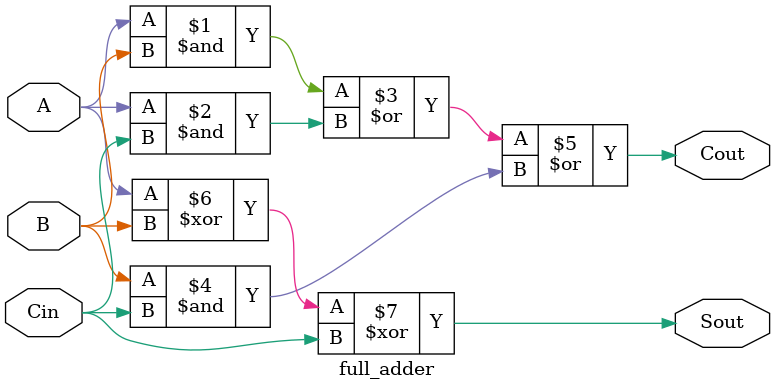
<source format=v>
module full_adder (A, B, Cin, Sout, Cout);
	input A, B, Cin;
	output Cout, Sout;
	assign Cout = (A & B) | (A & Cin) | (B & Cin);
	assign Sout = A ^ B ^ Cin;
endmodule

</source>
